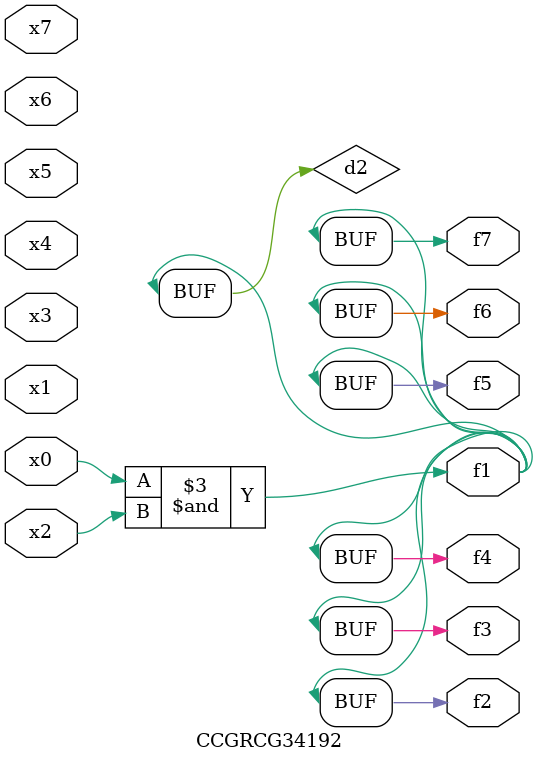
<source format=v>
module CCGRCG34192(
	input x0, x1, x2, x3, x4, x5, x6, x7,
	output f1, f2, f3, f4, f5, f6, f7
);

	wire d1, d2;

	nor (d1, x3, x6);
	and (d2, x0, x2);
	assign f1 = d2;
	assign f2 = d2;
	assign f3 = d2;
	assign f4 = d2;
	assign f5 = d2;
	assign f6 = d2;
	assign f7 = d2;
endmodule

</source>
